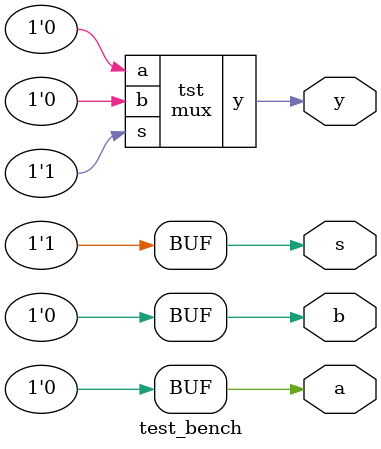
<source format=v>
`timescale 1ns/1ns
module mux(a,b,s,y);
	input	a,b,s;
	output y;
	wire a,b,s,y;
	assign y=(~s&&a)||(s&&b);
endmodule

module test_bench(a,b,s,y);
	output a,b,s,y;
	reg a=0,b=0,s=0;
	wire y;
	mux tst(.a(a),.b(b),.s(s),.y(y));
	initial
	begin
		#10 s<=0;
		#10 a<=1;
		#10 a<=0;
		#10 b<=1;
		#10 b<=0;
		#10 s<=1;
		#10 a<=1;
		#10 a<=0;
		#10 b<=1;
		#10 b<=0;
	end
endmodule

</source>
